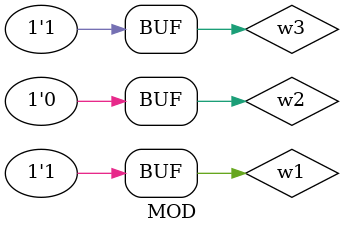
<source format=v>
module MOD;
  wire w1;
  wire #10 w2;
  wire #12 w3;

  assign #(2+2) w1 = 1;
  assign {w2, w3} = 2'b01;
endmodule

module TOP;
  MOD inst();
endmodule

</source>
